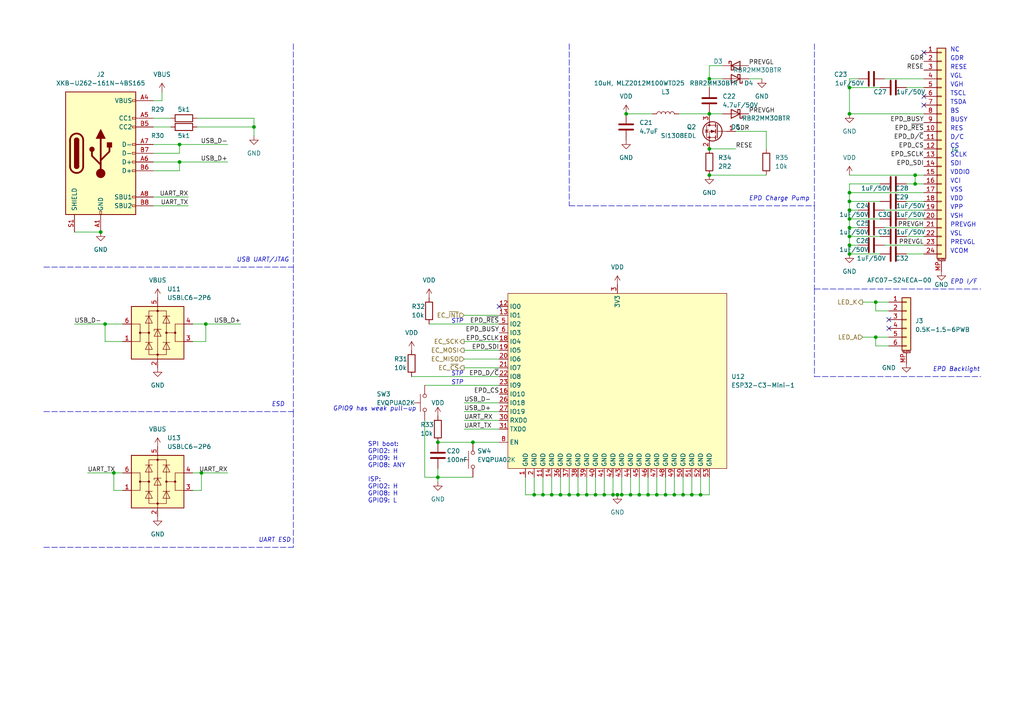
<source format=kicad_sch>
(kicad_sch (version 20211123) (generator eeschema)
  (paper "A4")
  (title_block (title "Home Sensor Tag") (rev "A0") (company "iM.Inc") (comment 1 "PRE-RELEASE"))
  (lib_symbols
    (symbol "Connector:USB_C_Receptacle_USB2.0" (pin_names (offset 1.016))
      (property "Reference" "J" (at -10.16 19.05 0))
      (property "Value" "USB_C_Receptacle_USB2.0" (at 19.05 19.05 0))
      (symbol "USB_C_Receptacle_USB2.0_0_0"
        (rectangle (start -0.254 -17.78) (end 0.254 -16.764))
        (rectangle (start 10.16 -14.986) (end 9.144 -15.494))
        (rectangle (start 10.16 -12.446) (end 9.144 -12.954))
        (rectangle (start 10.16 -4.826) (end 9.144 -5.334))
        (rectangle (start 10.16 -2.286) (end 9.144 -2.794))
        (rectangle (start 10.16 0.254) (end 9.144 -0.254))
        (rectangle (start 10.16 2.794) (end 9.144 2.286))
        (rectangle (start 10.16 7.874) (end 9.144 7.366))
        (rectangle (start 10.16 10.414) (end 9.144 9.906))
        (rectangle (start 10.16 15.494) (end 9.144 14.986))
      )
      (symbol "USB_C_Receptacle_USB2.0_0_1"
        (rectangle (start -10.16 17.78) (end 10.16 -17.78) (stroke (width 0.254)) (fill (type background)))
        (arc (start -8.89 -3.81) (mid -6.985 -5.715) (end -5.08 -3.81) (stroke (width 0.508)))
        (arc (start -7.62 -3.81) (mid -6.985 -4.445) (end -6.35 -3.81) (stroke (width 0.254)))
        (arc (start -7.62 -3.81) (mid -6.985 -4.445) (end -6.35 -3.81) (stroke (width 0.254)) (fill (type outline)))
        (rectangle (start -7.62 -3.81) (end -6.35 3.81) (stroke (width 0.254)) (fill (type outline)))
        (arc (start -6.35 3.81) (mid -6.985 4.445) (end -7.62 3.81) (stroke (width 0.254)))
        (arc (start -6.35 3.81) (mid -6.985 4.445) (end -7.62 3.81) (stroke (width 0.254)) (fill (type outline)))
        (arc (start -5.08 3.81) (mid -6.985 5.715) (end -8.89 3.81) (stroke (width 0.508)))
        (circle (center -2.54 1.143) (radius 0.635) (stroke (width 0.254)) (fill (type outline)))
        (circle (center 0 -5.842) (radius 1.27) (fill (type outline)))
        (polyline (pts (xy -8.89 -3.81) (xy -8.89 3.81)) (stroke (width 0.508)))
        (polyline (pts (xy -5.08 3.81) (xy -5.08 -3.81)) (stroke (width 0.508)))
        (polyline (pts (xy 0 -5.842) (xy 0 4.318)) (stroke (width 0.508)))
        (polyline (pts (xy 0 -3.302) (xy -2.54 -0.762) (xy -2.54 0.508)) (stroke (width 0.508)))
        (polyline (pts (xy 0 -2.032) (xy 2.54 0.508) (xy 2.54 1.778)) (stroke (width 0.508)))
        (polyline (pts (xy -1.27 4.318) (xy 0 6.858) (xy 1.27 4.318) (xy -1.27 4.318)) (stroke (width 0.254)) (fill (type outline)))
        (rectangle (start 1.905 1.778) (end 3.175 3.048) (stroke (width 0.254)) (fill (type outline)))
      )
      (symbol "USB_C_Receptacle_USB2.0_1_1"
        (pin passive line (at 0 -22.86 90) (length 5.08) (name "GND") (number "A1"))
        (pin passive line (at 0 -22.86 90) (length 5.08) hide (name "GND") (number "A12"))
        (pin passive line (at 15.24 15.24 180) (length 5.08) (name "VBUS") (number "A4"))
        (pin bidirectional line (at 15.24 10.16 180) (length 5.08) (name "CC1") (number "A5"))
        (pin bidirectional line (at 15.24 -2.54 180) (length 5.08) (name "D+") (number "A6"))
        (pin bidirectional line (at 15.24 2.54 180) (length 5.08) (name "D-") (number "A7"))
        (pin bidirectional line (at 15.24 -12.7 180) (length 5.08) (name "SBU1") (number "A8"))
        (pin passive line (at 15.24 15.24 180) (length 5.08) hide (name "VBUS") (number "A9"))
        (pin passive line (at 0 -22.86 90) (length 5.08) hide (name "GND") (number "B1"))
        (pin passive line (at 0 -22.86 90) (length 5.08) hide (name "GND") (number "B12"))
        (pin passive line (at 15.24 15.24 180) (length 5.08) hide (name "VBUS") (number "B4"))
        (pin bidirectional line (at 15.24 7.62 180) (length 5.08) (name "CC2") (number "B5"))
        (pin bidirectional line (at 15.24 -5.08 180) (length 5.08) (name "D+") (number "B6"))
        (pin bidirectional line (at 15.24 0 180) (length 5.08) (name "D-") (number "B7"))
        (pin bidirectional line (at 15.24 -15.24 180) (length 5.08) (name "SBU2") (number "B8"))
        (pin passive line (at 15.24 15.24 180) (length 5.08) hide (name "VBUS") (number "B9"))
        (pin passive line (at -7.62 -22.86 90) (length 5.08) (name "SHIELD") (number "S1"))
      )
    )
    (symbol "Connector_Generic_MountingPin:Conn_01x06_MountingPin" (pin_names (offset 1.016) hide)
      (property "Reference" "J" (at 0 7.62 0))
      (property "Value" "Conn_01x06_MountingPin" (at 1.27 -10.16 0))
      (symbol "Conn_01x06_MountingPin_1_1"
        (rectangle (start -1.27 -7.493) (end 0 -7.747) (stroke (width 0.1524)))
        (rectangle (start -1.27 -4.953) (end 0 -5.207) (stroke (width 0.1524)))
        (rectangle (start -1.27 -2.413) (end 0 -2.667) (stroke (width 0.1524)))
        (rectangle (start -1.27 0.127) (end 0 -0.127) (stroke (width 0.1524)))
        (rectangle (start -1.27 2.667) (end 0 2.413) (stroke (width 0.1524)))
        (rectangle (start -1.27 5.207) (end 0 4.953) (stroke (width 0.1524)))
        (rectangle (start -1.27 6.35) (end 1.27 -8.89) (stroke (width 0.254)) (fill (type background)))
        (polyline (pts (xy -1.016 -9.652) (xy 1.016 -9.652)) (stroke (width 0.1524)))
        (text "Mounting" (at 0 -9.271 0) (effects (font (size 0.381 0.381))))
        (pin passive line (at -5.08 5.08 0) (length 3.81) (name "Pin_1") (number "1"))
        (pin passive line (at -5.08 2.54 0) (length 3.81) (name "Pin_2") (number "2"))
        (pin passive line (at -5.08 0 0) (length 3.81) (name "Pin_3") (number "3"))
        (pin passive line (at -5.08 -2.54 0) (length 3.81) (name "Pin_4") (number "4"))
        (pin passive line (at -5.08 -5.08 0) (length 3.81) (name "Pin_5") (number "5"))
        (pin passive line (at -5.08 -7.62 0) (length 3.81) (name "Pin_6") (number "6"))
        (pin passive line (at 0 -12.7 90) (length 3.048) (name "MountPin") (number "MP"))
      )
    )
    (symbol "Connector_Generic_MountingPin:Conn_01x24_MountingPin" (pin_names (offset 1.016) hide)
      (property "Reference" "J" (at 0 30.48 0))
      (property "Value" "Conn_01x24_MountingPin" (at 1.27 -33.02 0))
      (symbol "Conn_01x24_MountingPin_1_1"
        (rectangle (start -1.27 -30.353) (end 0 -30.607) (stroke (width 0.1524)))
        (rectangle (start -1.27 -27.813) (end 0 -28.067) (stroke (width 0.1524)))
        (rectangle (start -1.27 -25.273) (end 0 -25.527) (stroke (width 0.1524)))
        (rectangle (start -1.27 -22.733) (end 0 -22.987) (stroke (width 0.1524)))
        (rectangle (start -1.27 -20.193) (end 0 -20.447) (stroke (width 0.1524)))
        (rectangle (start -1.27 -17.653) (end 0 -17.907) (stroke (width 0.1524)))
        (rectangle (start -1.27 -15.113) (end 0 -15.367) (stroke (width 0.1524)))
        (rectangle (start -1.27 -12.573) (end 0 -12.827) (stroke (width 0.1524)))
        (rectangle (start -1.27 -10.033) (end 0 -10.287) (stroke (width 0.1524)))
        (rectangle (start -1.27 -7.493) (end 0 -7.747) (stroke (width 0.1524)))
        (rectangle (start -1.27 -4.953) (end 0 -5.207) (stroke (width 0.1524)))
        (rectangle (start -1.27 -2.413) (end 0 -2.667) (stroke (width 0.1524)))
        (rectangle (start -1.27 0.127) (end 0 -0.127) (stroke (width 0.1524)))
        (rectangle (start -1.27 2.667) (end 0 2.413) (stroke (width 0.1524)))
        (rectangle (start -1.27 5.207) (end 0 4.953) (stroke (width 0.1524)))
        (rectangle (start -1.27 7.747) (end 0 7.493) (stroke (width 0.1524)))
        (rectangle (start -1.27 10.287) (end 0 10.033) (stroke (width 0.1524)))
        (rectangle (start -1.27 12.827) (end 0 12.573) (stroke (width 0.1524)))
        (rectangle (start -1.27 15.367) (end 0 15.113) (stroke (width 0.1524)))
        (rectangle (start -1.27 17.907) (end 0 17.653) (stroke (width 0.1524)))
        (rectangle (start -1.27 20.447) (end 0 20.193) (stroke (width 0.1524)))
        (rectangle (start -1.27 22.987) (end 0 22.733) (stroke (width 0.1524)))
        (rectangle (start -1.27 25.527) (end 0 25.273) (stroke (width 0.1524)))
        (rectangle (start -1.27 28.067) (end 0 27.813) (stroke (width 0.1524)))
        (rectangle (start -1.27 29.21) (end 1.27 -31.75) (stroke (width 0.254)) (fill (type background)))
        (polyline (pts (xy -1.016 -32.512) (xy 1.016 -32.512)) (stroke (width 0.1524)))
        (text "Mounting" (at 0 -32.131 0) (effects (font (size 0.381 0.381))))
        (pin passive line (at -5.08 27.94 0) (length 3.81) (name "Pin_1") (number "1"))
        (pin passive line (at -5.08 5.08 0) (length 3.81) (name "Pin_10") (number "10"))
        (pin passive line (at -5.08 2.54 0) (length 3.81) (name "Pin_11") (number "11"))
        (pin passive line (at -5.08 0 0) (length 3.81) (name "Pin_12") (number "12"))
        (pin passive line (at -5.08 -2.54 0) (length 3.81) (name "Pin_13") (number "13"))
        (pin passive line (at -5.08 -5.08 0) (length 3.81) (name "Pin_14") (number "14"))
        (pin passive line (at -5.08 -7.62 0) (length 3.81) (name "Pin_15") (number "15"))
        (pin passive line (at -5.08 -10.16 0) (length 3.81) (name "Pin_16") (number "16"))
        (pin passive line (at -5.08 -12.7 0) (length 3.81) (name "Pin_17") (number "17"))
        (pin passive line (at -5.08 -15.24 0) (length 3.81) (name "Pin_18") (number "18"))
        (pin passive line (at -5.08 -17.78 0) (length 3.81) (name "Pin_19") (number "19"))
        (pin passive line (at -5.08 25.4 0) (length 3.81) (name "Pin_2") (number "2"))
        (pin passive line (at -5.08 -20.32 0) (length 3.81) (name "Pin_20") (number "20"))
        (pin passive line (at -5.08 -22.86 0) (length 3.81) (name "Pin_21") (number "21"))
        (pin passive line (at -5.08 -25.4 0) (length 3.81) (name "Pin_22") (number "22"))
        (pin passive line (at -5.08 -27.94 0) (length 3.81) (name "Pin_23") (number "23"))
        (pin passive line (at -5.08 -30.48 0) (length 3.81) (name "Pin_24") (number "24"))
        (pin passive line (at -5.08 22.86 0) (length 3.81) (name "Pin_3") (number "3"))
        (pin passive line (at -5.08 20.32 0) (length 3.81) (name "Pin_4") (number "4"))
        (pin passive line (at -5.08 17.78 0) (length 3.81) (name "Pin_5") (number "5"))
        (pin passive line (at -5.08 15.24 0) (length 3.81) (name "Pin_6") (number "6"))
        (pin passive line (at -5.08 12.7 0) (length 3.81) (name "Pin_7") (number "7"))
        (pin passive line (at -5.08 10.16 0) (length 3.81) (name "Pin_8") (number "8"))
        (pin passive line (at -5.08 7.62 0) (length 3.81) (name "Pin_9") (number "9"))
        (pin passive line (at 0 -35.56 90) (length 3.048) (name "MountPin") (number "MP"))
      )
    )
    (symbol "Device:C" (pin_numbers hide) (pin_names (offset 0.254))
      (property "Reference" "C" (at 0.635 2.54 0))
      (property "Value" "C" (at 0.635 -2.54 0))
      (symbol "C_0_1"
        (polyline (pts (xy -2.032 -0.762) (xy 2.032 -0.762)) (stroke (width 0.508)))
        (polyline (pts (xy -2.032 0.762) (xy 2.032 0.762)) (stroke (width 0.508)))
      )
      (symbol "C_1_1"
        (pin passive line (at 0 3.81 270) (length 2.794) (name "~") (number "1"))
        (pin passive line (at 0 -3.81 90) (length 2.794) (name "~") (number "2"))
      )
    )
    (symbol "Device:D_Schottky" (pin_numbers hide) (pin_names (offset 1.016) hide)
      (property "Reference" "D" (at 0 2.54 0))
      (property "Value" "D_Schottky" (at 0 -2.54 0))
      (symbol "D_Schottky_0_1"
        (polyline (pts (xy 1.27 0) (xy -1.27 0)))
        (polyline (pts (xy 1.27 1.27) (xy 1.27 -1.27) (xy -1.27 0) (xy 1.27 1.27)) (stroke (width 0.254)))
        (polyline (pts (xy -1.905 0.635) (xy -1.905 1.27) (xy -1.27 1.27) (xy -1.27 -1.27) (xy -0.635 -1.27) (xy -0.635 -0.635)) (stroke (width 0.254)))
      )
      (symbol "D_Schottky_1_1"
        (pin passive line (at -3.81 0 0) (length 2.54) (name "K") (number "1"))
        (pin passive line (at 3.81 0 180) (length 2.54) (name "A") (number "2"))
      )
    )
    (symbol "Device:L" (pin_numbers hide) (pin_names (offset 1.016) hide)
      (property "Reference" "L" (at -1.27 0 90))
      (property "Value" "L" (at 1.905 0 90))
      (symbol "L_0_1"
        (arc (start 0 -2.54) (mid 0.635 -1.905) (end 0 -1.27))
        (arc (start 0 -1.27) (mid 0.635 -0.635) (end 0 0))
        (arc (start 0 0) (mid 0.635 0.635) (end 0 1.27))
        (arc (start 0 1.27) (mid 0.635 1.905) (end 0 2.54))
      )
      (symbol "L_1_1"
        (pin passive line (at 0 3.81 270) (length 1.27) (name "1") (number "1"))
        (pin passive line (at 0 -3.81 90) (length 1.27) (name "2") (number "2"))
      )
    )
    (symbol "Device:Q_NMOS_GSD" (pin_names (offset 0) hide)
      (property "Reference" "Q" (at 5.08 1.27 0))
      (property "Value" "Q_NMOS_GSD" (at 5.08 -1.27 0))
      (symbol "Q_NMOS_GSD_0_1"
        (polyline (pts (xy 0.254 0) (xy -2.54 0)))
        (polyline (pts (xy 0.254 1.905) (xy 0.254 -1.905)) (stroke (width 0.254)))
        (polyline (pts (xy 0.762 -1.27) (xy 0.762 -2.286)) (stroke (width 0.254)))
        (polyline (pts (xy 0.762 0.508) (xy 0.762 -0.508)) (stroke (width 0.254)))
        (polyline (pts (xy 0.762 2.286) (xy 0.762 1.27)) (stroke (width 0.254)))
        (polyline (pts (xy 2.54 2.54) (xy 2.54 1.778)))
        (polyline (pts (xy 2.54 -2.54) (xy 2.54 0) (xy 0.762 0)))
        (polyline (pts (xy 0.762 -1.778) (xy 3.302 -1.778) (xy 3.302 1.778) (xy 0.762 1.778)))
        (polyline (pts (xy 1.016 0) (xy 2.032 0.381) (xy 2.032 -0.381) (xy 1.016 0)) (fill (type outline)))
        (polyline (pts (xy 2.794 0.508) (xy 2.921 0.381) (xy 3.683 0.381) (xy 3.81 0.254)))
        (polyline (pts (xy 3.302 0.381) (xy 2.921 -0.254) (xy 3.683 -0.254) (xy 3.302 0.381)))
        (circle (center 1.651 0) (radius 2.794) (stroke (width 0.254)))
        (circle (center 2.54 -1.778) (radius 0.254) (fill (type outline)))
        (circle (center 2.54 1.778) (radius 0.254) (fill (type outline)))
      )
      (symbol "Q_NMOS_GSD_1_1"
        (pin input line (at -5.08 0 0) (length 2.54) (name "G") (number "1"))
        (pin passive line (at 2.54 -5.08 90) (length 2.54) (name "S") (number "2"))
        (pin passive line (at 2.54 5.08 270) (length 2.54) (name "D") (number "3"))
      )
    )
    (symbol "Device:R" (pin_numbers hide) (pin_names (offset 0))
      (property "Reference" "R" (at 2.032 0 90))
      (property "Value" "R" (at 0 0 90))
      (symbol "R_0_1"
        (rectangle (start -1.016 -2.54) (end 1.016 2.54) (stroke (width 0.254)))
      )
      (symbol "R_1_1"
        (pin passive line (at 0 3.81 270) (length 1.27) (name "~") (number "1"))
        (pin passive line (at 0 -3.81 90) (length 1.27) (name "~") (number "2"))
      )
    )
    (symbol "Power_Protection:USBLC6-2P6" (pin_names hide)
      (property "Reference" "U" (at 2.54 8.89 0))
      (property "Value" "USBLC6-2P6" (at 2.54 -8.89 0))
      (symbol "USBLC6-2P6_0_1"
        (rectangle (start -7.62 -7.62) (end 7.62 7.62) (stroke (width 0.254)) (fill (type background)))
        (circle (center -5.08 0) (radius 0.254) (fill (type outline)))
        (circle (center -2.54 0) (radius 0.254) (fill (type outline)))
        (rectangle (start -2.54 6.35) (end 2.54 -6.35))
        (circle (center 0 -6.35) (radius 0.254) (fill (type outline)))
        (polyline (pts (xy -5.08 -2.54) (xy -7.62 -2.54)))
        (polyline (pts (xy -5.08 0) (xy -5.08 -2.54)))
        (polyline (pts (xy -5.08 2.54) (xy -7.62 2.54)))
        (polyline (pts (xy -1.524 -2.794) (xy -3.556 -2.794)))
        (polyline (pts (xy -1.524 4.826) (xy -3.556 4.826)))
        (polyline (pts (xy 0 -7.62) (xy 0 -6.35)))
        (polyline (pts (xy 0 -6.35) (xy 0 1.27)))
        (polyline (pts (xy 0 1.27) (xy 0 6.35)))
        (polyline (pts (xy 0 6.35) (xy 0 7.62)))
        (polyline (pts (xy 1.524 -2.794) (xy 3.556 -2.794)))
        (polyline (pts (xy 1.524 4.826) (xy 3.556 4.826)))
        (polyline (pts (xy 5.08 -2.54) (xy 7.62 -2.54)))
        (polyline (pts (xy 5.08 0) (xy 5.08 -2.54)))
        (polyline (pts (xy 5.08 2.54) (xy 7.62 2.54)))
        (polyline (pts (xy -2.54 0) (xy -5.08 0) (xy -5.08 2.54)))
        (polyline (pts (xy 2.54 0) (xy 5.08 0) (xy 5.08 2.54)))
        (polyline (pts (xy -3.556 -4.826) (xy -1.524 -4.826) (xy -2.54 -2.794) (xy -3.556 -4.826)))
        (polyline (pts (xy -3.556 2.794) (xy -1.524 2.794) (xy -2.54 4.826) (xy -3.556 2.794)))
        (polyline (pts (xy -1.016 -1.016) (xy 1.016 -1.016) (xy 0 1.016) (xy -1.016 -1.016)))
        (polyline (pts (xy 1.016 1.016) (xy 0.762 1.016) (xy -1.016 1.016) (xy -1.016 0.508)))
        (polyline (pts (xy 3.556 -4.826) (xy 1.524 -4.826) (xy 2.54 -2.794) (xy 3.556 -4.826)))
        (polyline (pts (xy 3.556 2.794) (xy 1.524 2.794) (xy 2.54 4.826) (xy 3.556 2.794)))
        (circle (center 0 6.35) (radius 0.254) (fill (type outline)))
        (circle (center 2.54 0) (radius 0.254) (fill (type outline)))
        (circle (center 5.08 0) (radius 0.254) (fill (type outline)))
      )
      (symbol "USBLC6-2P6_1_1"
        (pin passive line (at -10.16 -2.54 0) (length 2.54) (name "I/O1") (number "1"))
        (pin passive line (at 0 -10.16 90) (length 2.54) (name "GND") (number "2"))
        (pin passive line (at 10.16 -2.54 180) (length 2.54) (name "I/O2") (number "3"))
        (pin passive line (at 10.16 2.54 180) (length 2.54) (name "I/O2") (number "4"))
        (pin passive line (at 0 10.16 270) (length 2.54) (name "VBUS") (number "5"))
        (pin passive line (at -10.16 2.54 0) (length 2.54) (name "I/O1") (number "6"))
      )
    )
    (symbol "RF_Module_Local:ESP32-C3-Mini-1"
      (property "Reference" "U" (at -30.48 25.4 0))
      (property "Value" "ESP32-C3-Mini-1" (at 21.59 25.4 0))
      (symbol "ESP32-C3-Mini-1_0_0"
        (pin power_in line (at -26.67 -29.21 90) (length 2.54) (name "GND") (number "1"))
        (pin no_connect line (at 34.29 -6.35 180) (length 2.54) hide (name "NC") (number "10"))
        (pin power_in line (at -21.59 -29.21 90) (length 2.54) (name "GND") (number "11"))
        (pin tri_state line (at -34.29 20.32 0) (length 2.54) (name "IO0") (number "12"))
        (pin tri_state line (at -34.29 17.78 0) (length 2.54) (name "IO1") (number "13"))
        (pin power_in line (at -19.05 -29.21 90) (length 2.54) (name "GND") (number "14"))
        (pin no_connect line (at 34.29 -3.81 180) (length 2.54) hide (name "NC") (number "15"))
        (pin tri_state line (at -34.29 -5.08 0) (length 2.54) (name "IO10") (number "16"))
        (pin no_connect line (at 34.29 -1.27 180) (length 2.54) hide (name "NC") (number "17"))
        (pin tri_state line (at -34.29 10.16 0) (length 2.54) (name "IO4") (number "18"))
        (pin tri_state line (at -34.29 7.62 0) (length 2.54) (name "IO5") (number "19"))
        (pin power_in line (at -24.13 -29.21 90) (length 2.54) (name "GND") (number "2"))
        (pin tri_state line (at -34.29 5.08 0) (length 2.54) (name "IO6") (number "20"))
        (pin tri_state line (at -34.29 2.54 0) (length 2.54) (name "IO7") (number "21"))
        (pin tri_state line (at -34.29 0 0) (length 2.54) (name "IO8") (number "22"))
        (pin tri_state line (at -34.29 -2.54 0) (length 2.54) (name "IO9") (number "23"))
        (pin no_connect line (at 34.29 1.27 180) (length 2.54) hide (name "NC") (number "24"))
        (pin no_connect line (at 34.29 3.81 180) (length 2.54) hide (name "NC") (number "25"))
        (pin tri_state line (at -34.29 -7.62 0) (length 2.54) (name "IO18") (number "26"))
        (pin tri_state line (at -34.29 -10.16 0) (length 2.54) (name "IO19") (number "27"))
        (pin no_connect line (at 34.29 6.35 180) (length 2.54) hide (name "NC") (number "28"))
        (pin no_connect line (at 34.29 8.89 180) (length 2.54) hide (name "NC") (number "29"))
        (pin power_in line (at 0 26.67 270) (length 2.54) (name "3V3") (number "3"))
        (pin tri_state line (at -34.29 -12.7 0) (length 2.54) (name "RXD0") (number "30"))
        (pin tri_state line (at -34.29 -15.24 0) (length 2.54) (name "TXD0") (number "31"))
        (pin no_connect line (at 34.29 11.43 180) (length 2.54) hide (name "NC") (number "32"))
        (pin no_connect line (at 34.29 13.97 180) (length 2.54) hide (name "NC") (number "33"))
        (pin no_connect line (at 34.29 16.51 180) (length 2.54) hide (name "NC") (number "34"))
        (pin no_connect line (at 34.29 19.05 180) (length 2.54) hide (name "NC") (number "35"))
        (pin power_in line (at -16.51 -29.21 90) (length 2.54) (name "GND") (number "36"))
        (pin power_in line (at -13.97 -29.21 90) (length 2.54) (name "GND") (number "37"))
        (pin power_in line (at -11.43 -29.21 90) (length 2.54) (name "GND") (number "38"))
        (pin power_in line (at -8.89 -29.21 90) (length 2.54) (name "GND") (number "39"))
        (pin no_connect line (at 34.29 -13.97 180) (length 2.54) hide (name "NC") (number "4"))
        (pin power_in line (at -6.35 -29.21 90) (length 2.54) (name "GND") (number "40"))
        (pin power_in line (at -3.81 -29.21 90) (length 2.54) (name "GND") (number "41"))
        (pin power_in line (at -1.27 -29.21 90) (length 2.54) (name "GND") (number "42"))
        (pin power_in line (at 1.27 -29.21 90) (length 2.54) (name "GND") (number "43"))
        (pin power_in line (at 3.81 -29.21 90) (length 2.54) (name "GND") (number "44"))
        (pin power_in line (at 6.35 -29.21 90) (length 2.54) (name "GND") (number "45"))
        (pin power_in line (at 8.89 -29.21 90) (length 2.54) (name "GND") (number "46"))
        (pin power_in line (at 11.43 -29.21 90) (length 2.54) (name "GND") (number "47"))
        (pin power_in line (at 13.97 -29.21 90) (length 2.54) (name "GND") (number "48"))
        (pin power_in line (at 16.51 -29.21 90) (length 2.54) (name "GND") (number "49"))
        (pin tri_state line (at -34.29 15.24 0) (length 2.54) (name "IO2") (number "5"))
        (pin power_in line (at 19.05 -29.21 90) (length 2.54) (name "GND") (number "50"))
        (pin power_in line (at 21.59 -29.21 90) (length 2.54) (name "GND") (number "51"))
        (pin power_in line (at 24.13 -29.21 90) (length 2.54) (name "GND") (number "52"))
        (pin power_in line (at 26.67 -29.21 90) (length 2.54) (name "GND") (number "53"))
        (pin tri_state line (at -34.29 12.7 0) (length 2.54) (name "IO3") (number "6"))
        (pin no_connect line (at 34.29 -11.43 180) (length 2.54) hide (name "NC") (number "7"))
        (pin input line (at -34.29 -19.05 0) (length 2.54) (name "EN") (number "8"))
        (pin no_connect line (at 34.29 -8.89 180) (length 2.54) hide (name "NC") (number "9"))
      )
      (symbol "ESP32-C3-Mini-1_0_1"
        (rectangle (start -31.75 24.13) (end 31.75 -26.67) (fill (type background)))
      )
    )
    (symbol "Switch:SW_Push" (pin_numbers hide) (pin_names (offset 1.016) hide)
      (property "Reference" "SW" (at 1.27 2.54 0))
      (property "Value" "SW_Push" (at 0 -1.524 0))
      (symbol "SW_Push_0_1"
        (circle (center -2.032 0) (radius 0.508))
        (polyline (pts (xy 0 1.27) (xy 0 3.048)))
        (polyline (pts (xy 2.54 1.27) (xy -2.54 1.27)))
        (circle (center 2.032 0) (radius 0.508))
        (pin passive line (at -5.08 0 0) (length 2.54) (name "1") (number "1"))
        (pin passive line (at 5.08 0 180) (length 2.54) (name "2") (number "2"))
      )
    )
    (symbol "power:GND" (power) (pin_names (offset 0))
      (property "Value" "GND" (at 0 -3.81 0))
      (symbol "GND_0_1"
        (polyline (pts (xy 0 0) (xy 0 -1.27) (xy 1.27 -1.27) (xy 0 -2.54) (xy -1.27 -1.27) (xy 0 -1.27)))
      )
      (symbol "GND_1_1"
        (pin power_in line (at 0 0 270) (length 0) hide (name "GND") (number "1"))
      )
    )
    (symbol "power:VBUS" (power) (pin_names (offset 0))
      (property "Value" "VBUS" (at 0 3.81 0))
      (symbol "VBUS_0_1"
        (polyline (pts (xy -0.762 1.27) (xy 0 2.54)))
        (polyline (pts (xy 0 0) (xy 0 2.54)))
        (polyline (pts (xy 0 2.54) (xy 0.762 1.27)))
      )
      (symbol "VBUS_1_1"
        (pin power_in line (at 0 0 90) (length 0) hide (name "VBUS") (number "1"))
      )
    )
    (symbol "power:VDD" (power) (pin_names (offset 0))
      (property "Value" "VDD" (at 0 3.81 0))
      (symbol "VDD_0_1"
        (polyline (pts (xy -0.762 1.27) (xy 0 2.54)))
        (polyline (pts (xy 0 0) (xy 0 2.54)))
        (polyline (pts (xy 0 2.54) (xy 0.762 1.27)))
      )
      (symbol "VDD_1_1"
        (pin power_in line (at 0 0 90) (length 0) hide (name "VDD") (number "1"))
      )
    )
  )
  (junction (at 73.66 36.83))
  (junction (at 246.38 33.02))
  (junction (at 205.74 33.02))
  (junction (at 177.8 143.51))
  (junction (at 137.16 128.27))
  (junction (at 190.5 143.51))
  (junction (at 167.64 143.51))
  (junction (at 170.18 143.51))
  (junction (at 246.38 71.12))
  (junction (at 246.38 66.04))
  (junction (at 187.96 143.51))
  (junction (at 246.38 68.58))
  (junction (at 200.66 143.51))
  (junction (at 29.21 67.31))
  (junction (at 254 97.79))
  (junction (at 154.94 143.51))
  (junction (at 203.2 143.51))
  (junction (at 175.26 143.51))
  (junction (at 162.56 143.51))
  (junction (at 182.88 143.51))
  (junction (at 265.43 50.8))
  (junction (at 254 87.63))
  (junction (at 246.38 55.88))
  (junction (at 205.74 50.8))
  (junction (at 59.69 93.98))
  (junction (at 198.12 143.51))
  (junction (at 205.74 22.86))
  (junction (at 193.04 143.51))
  (junction (at 30.48 93.98))
  (junction (at 127 128.27))
  (junction (at 33.02 137.16))
  (junction (at 172.72 143.51))
  (junction (at 246.38 63.5))
  (junction (at 52.07 41.91))
  (junction (at 127 138.43))
  (junction (at 157.48 143.51))
  (junction (at 160.02 143.51))
  (junction (at 246.38 73.66))
  (junction (at 246.38 25.4))
  (junction (at 185.42 143.51))
  (junction (at 52.07 46.99))
  (junction (at 58.42 137.16))
  (junction (at 195.58 143.51))
  (junction (at 165.1 143.51))
  (junction (at 179.07 143.51))
  (junction (at 265.43 53.34))
  (junction (at 180.34 143.51))
  (junction (at 205.74 43.18))
  (junction (at 246.38 60.96))
  (junction (at 181.61 33.02))
  (junction (at 246.38 58.42))
  (no_connect (at 257.81 92.71))
  (no_connect (at 267.97 15.24))
  (no_connect (at 144.78 88.9))
  (no_connect (at 257.81 95.25))
  (no_connect (at 267.97 27.94))
  (no_connect (at 267.97 30.48))
  (wire (pts (xy 205.74 143.51) (xy 205.74 138.43)))
  (wire (pts (xy 190.5 138.43) (xy 190.5 143.51)))
  (wire (pts (xy 203.2 143.51) (xy 205.74 143.51)))
  (polyline (pts (xy 236.22 12.7) (xy 236.22 59.69)))
  (wire (pts (xy 35.56 99.06) (xy 30.48 99.06)))
  (wire (pts (xy 213.36 38.1) (xy 222.25 38.1)))
  (wire (pts (xy 217.17 22.86) (xy 220.98 22.86)))
  (wire (pts (xy 162.56 138.43) (xy 162.56 143.51)))
  (wire (pts (xy 167.64 138.43) (xy 167.64 143.51)))
  (wire (pts (xy 254 100.33) (xy 254 97.79)))
  (wire (pts (xy 248.92 71.12) (xy 246.38 71.12)))
  (wire (pts (xy 195.58 138.43) (xy 195.58 143.51)))
  (wire (pts (xy 254 87.63) (xy 257.81 87.63)))
  (wire (pts (xy 30.48 93.98) (xy 21.59 93.98)))
  (wire (pts (xy 246.38 22.86) (xy 248.92 22.86)))
  (wire (pts (xy 123.19 111.76) (xy 144.78 111.76)))
  (wire (pts (xy 262.89 58.42) (xy 267.97 58.42)))
  (wire (pts (xy 246.38 55.88) (xy 246.38 58.42)))
  (wire (pts (xy 73.66 34.29) (xy 73.66 36.83)))
  (polyline (pts (xy 12.7 158.75) (xy 85.09 158.75)))
  (wire (pts (xy 172.72 138.43) (xy 172.72 143.51)))
  (wire (pts (xy 154.94 143.51) (xy 157.48 143.51)))
  (wire (pts (xy 200.66 143.51) (xy 203.2 143.51)))
  (wire (pts (xy 55.88 142.24) (xy 58.42 142.24)))
  (polyline (pts (xy 236.22 83.82) (xy 236.22 109.22)))
  (wire (pts (xy 127 138.43) (xy 137.16 138.43)))
  (polyline (pts (xy 12.7 119.38) (xy 85.09 119.38)))
  (wire (pts (xy 127 138.43) (xy 127 139.7)))
  (wire (pts (xy 246.38 25.4) (xy 246.38 22.86)))
  (wire (pts (xy 256.54 60.96) (xy 267.97 60.96)))
  (wire (pts (xy 44.45 59.69) (xy 54.61 59.69)))
  (wire (pts (xy 69.85 93.98) (xy 59.69 93.98)))
  (wire (pts (xy 180.34 138.43) (xy 180.34 143.51)))
  (wire (pts (xy 246.38 71.12) (xy 246.38 73.66)))
  (wire (pts (xy 52.07 46.99) (xy 66.04 46.99)))
  (wire (pts (xy 246.38 60.96) (xy 246.38 63.5)))
  (wire (pts (xy 246.38 50.8) (xy 265.43 50.8)))
  (wire (pts (xy 170.18 138.43) (xy 170.18 143.51)))
  (wire (pts (xy 44.45 41.91) (xy 52.07 41.91)))
  (wire (pts (xy 52.07 49.53) (xy 44.45 49.53)))
  (wire (pts (xy 58.42 137.16) (xy 66.04 137.16)))
  (wire (pts (xy 205.74 33.02) (xy 209.55 33.02)))
  (wire (pts (xy 57.15 36.83) (xy 73.66 36.83)))
  (wire (pts (xy 170.18 143.51) (xy 172.72 143.51)))
  (wire (pts (xy 250.19 97.79) (xy 254 97.79)))
  (wire (pts (xy 157.48 143.51) (xy 160.02 143.51)))
  (wire (pts (xy 160.02 143.51) (xy 162.56 143.51)))
  (wire (pts (xy 262.89 68.58) (xy 267.97 68.58)))
  (wire (pts (xy 55.88 137.16) (xy 58.42 137.16)))
  (wire (pts (xy 44.45 36.83) (xy 49.53 36.83)))
  (wire (pts (xy 59.69 99.06) (xy 59.69 93.98)))
  (wire (pts (xy 123.19 121.92) (xy 123.19 138.43)))
  (wire (pts (xy 246.38 53.34) (xy 246.38 55.88)))
  (polyline (pts (xy 236.22 59.69) (xy 236.22 83.82)))
  (wire (pts (xy 59.69 93.98) (xy 55.88 93.98)))
  (wire (pts (xy 127 128.27) (xy 137.16 128.27)))
  (polyline (pts (xy 12.7 77.47) (xy 85.09 77.47)))
  (wire (pts (xy 177.8 143.51) (xy 179.07 143.51)))
  (wire (pts (xy 44.45 46.99) (xy 52.07 46.99)))
  (wire (pts (xy 21.59 67.31) (xy 29.21 67.31)))
  (wire (pts (xy 52.07 41.91) (xy 66.04 41.91)))
  (polyline (pts (xy 85.09 12.7) (xy 85.09 77.47)))
  (polyline (pts (xy 165.1 12.7) (xy 165.1 59.69)))
  (wire (pts (xy 195.58 143.51) (xy 198.12 143.51)))
  (wire (pts (xy 52.07 44.45) (xy 44.45 44.45)))
  (wire (pts (xy 198.12 143.51) (xy 200.66 143.51)))
  (wire (pts (xy 205.74 50.8) (xy 222.25 50.8)))
  (wire (pts (xy 52.07 41.91) (xy 52.07 44.45)))
  (wire (pts (xy 44.45 29.21) (xy 46.99 29.21)))
  (wire (pts (xy 165.1 138.43) (xy 165.1 143.51)))
  (polyline (pts (xy 236.22 109.22) (xy 284.48 109.22)))
  (wire (pts (xy 175.26 138.43) (xy 175.26 143.51)))
  (wire (pts (xy 44.45 34.29) (xy 49.53 34.29)))
  (wire (pts (xy 57.15 34.29) (xy 73.66 34.29)))
  (wire (pts (xy 160.02 138.43) (xy 160.02 143.51)))
  (wire (pts (xy 190.5 143.51) (xy 193.04 143.51)))
  (wire (pts (xy 254 97.79) (xy 257.81 97.79)))
  (wire (pts (xy 134.62 101.6) (xy 144.78 101.6)))
  (wire (pts (xy 246.38 66.04) (xy 246.38 68.58)))
  (wire (pts (xy 262.89 73.66) (xy 267.97 73.66)))
  (polyline (pts (xy 85.09 77.47) (xy 85.09 119.38)))
  (wire (pts (xy 187.96 138.43) (xy 187.96 143.51)))
  (wire (pts (xy 46.99 29.21) (xy 46.99 26.67)))
  (wire (pts (xy 255.27 58.42) (xy 246.38 58.42)))
  (wire (pts (xy 255.27 53.34) (xy 246.38 53.34)))
  (wire (pts (xy 267.97 50.8) (xy 265.43 50.8)))
  (wire (pts (xy 124.46 93.98) (xy 144.78 93.98)))
  (wire (pts (xy 134.62 119.38) (xy 144.78 119.38)))
  (wire (pts (xy 177.8 138.43) (xy 177.8 143.51)))
  (wire (pts (xy 185.42 138.43) (xy 185.42 143.51)))
  (wire (pts (xy 246.38 33.02) (xy 267.97 33.02)))
  (wire (pts (xy 222.25 38.1) (xy 222.25 43.18)))
  (wire (pts (xy 55.88 99.06) (xy 59.69 99.06)))
  (wire (pts (xy 246.38 58.42) (xy 246.38 60.96)))
  (wire (pts (xy 200.66 138.43) (xy 200.66 143.51)))
  (wire (pts (xy 182.88 143.51) (xy 185.42 143.51)))
  (wire (pts (xy 123.19 138.43) (xy 127 138.43)))
  (wire (pts (xy 248.92 60.96) (xy 246.38 60.96)))
  (wire (pts (xy 257.81 100.33) (xy 254 100.33)))
  (wire (pts (xy 193.04 138.43) (xy 193.04 143.51)))
  (wire (pts (xy 213.36 43.18) (xy 205.74 43.18)))
  (wire (pts (xy 205.74 22.86) (xy 205.74 19.05)))
  (wire (pts (xy 256.54 71.12) (xy 267.97 71.12)))
  (wire (pts (xy 205.74 19.05) (xy 209.55 19.05)))
  (wire (pts (xy 262.89 63.5) (xy 267.97 63.5)))
  (wire (pts (xy 185.42 143.51) (xy 187.96 143.51)))
  (wire (pts (xy 165.1 143.51) (xy 167.64 143.51)))
  (wire (pts (xy 172.72 143.51) (xy 175.26 143.51)))
  (wire (pts (xy 196.85 33.02) (xy 205.74 33.02)))
  (wire (pts (xy 267.97 55.88) (xy 246.38 55.88)))
  (wire (pts (xy 44.45 57.15) (xy 54.61 57.15)))
  (wire (pts (xy 134.62 91.44) (xy 144.78 91.44)))
  (wire (pts (xy 205.74 22.86) (xy 209.55 22.86)))
  (wire (pts (xy 265.43 53.34) (xy 267.97 53.34)))
  (wire (pts (xy 35.56 137.16) (xy 33.02 137.16)))
  (wire (pts (xy 35.56 93.98) (xy 30.48 93.98)))
  (wire (pts (xy 73.66 36.83) (xy 73.66 39.37)))
  (wire (pts (xy 255.27 68.58) (xy 246.38 68.58)))
  (polyline (pts (xy 236.22 83.82) (xy 284.48 83.82)))
  (wire (pts (xy 257.81 90.17) (xy 254 90.17)))
  (wire (pts (xy 250.19 87.63) (xy 254 87.63)))
  (wire (pts (xy 52.07 46.99) (xy 52.07 49.53)))
  (wire (pts (xy 246.38 63.5) (xy 246.38 66.04)))
  (wire (pts (xy 256.54 22.86) (xy 267.97 22.86)))
  (wire (pts (xy 205.74 25.4) (xy 205.74 22.86)))
  (polyline (pts (xy 85.09 119.38) (xy 85.09 158.75)))
  (wire (pts (xy 154.94 138.43) (xy 154.94 143.51)))
  (wire (pts (xy 246.38 66.04) (xy 248.92 66.04)))
  (wire (pts (xy 182.88 138.43) (xy 182.88 143.51)))
  (wire (pts (xy 246.38 25.4) (xy 255.27 25.4)))
  (wire (pts (xy 162.56 143.51) (xy 165.1 143.51)))
  (wire (pts (xy 193.04 143.51) (xy 195.58 143.51)))
  (polyline (pts (xy 165.1 59.69) (xy 236.22 59.69)))
  (wire (pts (xy 152.4 143.51) (xy 154.94 143.51)))
  (wire (pts (xy 134.62 104.14) (xy 144.78 104.14)))
  (wire (pts (xy 33.02 137.16) (xy 25.4 137.16)))
  (wire (pts (xy 262.89 25.4) (xy 267.97 25.4)))
  (wire (pts (xy 134.62 106.68) (xy 144.78 106.68)))
  (wire (pts (xy 134.62 116.84) (xy 144.78 116.84)))
  (wire (pts (xy 167.64 143.51) (xy 170.18 143.51)))
  (wire (pts (xy 265.43 50.8) (xy 265.43 53.34)))
  (wire (pts (xy 246.38 33.02) (xy 246.38 25.4)))
  (wire (pts (xy 35.56 142.24) (xy 33.02 142.24)))
  (wire (pts (xy 175.26 143.51) (xy 177.8 143.51)))
  (wire (pts (xy 256.54 66.04) (xy 267.97 66.04)))
  (wire (pts (xy 33.02 137.16) (xy 33.02 142.24)))
  (wire (pts (xy 187.96 143.51) (xy 190.5 143.51)))
  (wire (pts (xy 134.62 121.92) (xy 144.78 121.92)))
  (wire (pts (xy 58.42 137.16) (xy 58.42 142.24)))
  (wire (pts (xy 180.34 143.51) (xy 182.88 143.51)))
  (wire (pts (xy 246.38 73.66) (xy 255.27 73.66)))
  (wire (pts (xy 254 90.17) (xy 254 87.63)))
  (wire (pts (xy 119.38 109.22) (xy 144.78 109.22)))
  (wire (pts (xy 152.4 138.43) (xy 152.4 143.51)))
  (wire (pts (xy 181.61 33.02) (xy 189.23 33.02)))
  (wire (pts (xy 198.12 138.43) (xy 198.12 143.51)))
  (wire (pts (xy 137.16 128.27) (xy 144.78 128.27)))
  (wire (pts (xy 246.38 68.58) (xy 246.38 71.12)))
  (wire (pts (xy 134.62 99.06) (xy 144.78 99.06)))
  (wire (pts (xy 127 135.89) (xy 127 138.43)))
  (wire (pts (xy 203.2 138.43) (xy 203.2 143.51)))
  (wire (pts (xy 179.07 143.51) (xy 180.34 143.51)))
  (wire (pts (xy 255.27 63.5) (xy 246.38 63.5)))
  (wire (pts (xy 134.62 124.46) (xy 144.78 124.46)))
  (wire (pts (xy 157.48 138.43) (xy 157.48 143.51)))
  (wire (pts (xy 262.89 53.34) (xy 265.43 53.34)))
  (wire (pts (xy 30.48 99.06) (xy 30.48 93.98)))
  (text "STP" (at 130.81 93.98 0) (effects (font (size 1.27 1.27) italic) (justify left bottom)))
  (text "NC" (at 275.59 15.24 0) (effects (font (size 1.27 1.27)) (justify left bottom)))
  (text "PREVGH" (at 275.59 66.04 0) (effects (font (size 1.27 1.27)) (justify left bottom)))
  (text "TSCL" (at 275.59 27.94 0) (effects (font (size 1.27 1.27)) (justify left bottom)))
  (text "EPD Backlight" (at 270.51 107.95 0) (effects (font (size 1.27 1.27) italic) (justify left bottom)))
  (text "VGH" (at 275.59 25.4 0) (effects (font (size 1.27 1.27)) (justify left bottom)))
  (text "BUSY" (at 275.59 35.56 0) (effects (font (size 1.27 1.27)) (justify left bottom)))
  (text "USB UART/JTAG" (at 68.58 76.2 0) (effects (font (size 1.27 1.27) italic) (justify left bottom)))
  (text "VCI" (at 275.59 53.34 0) (effects (font (size 1.27 1.27)) (justify left bottom)))
  (text "D/C" (at 275.59 40.64 0) (effects (font (size 1.27 1.27)) (justify left bottom)))
  (text "UART ESD" (at 74.93 157.48 0) (effects (font (size 1.27 1.27) italic) (justify left bottom)))
  (text "ESD" (at 78.74 118.11 0) (effects (font (size 1.27 1.27) italic) (justify left bottom)))
  (text "SPI boot:\nGPIO2: H\nGPIO9: H\nGPIO8: ANY\n\nISP:\nGPIO2: H\nGPIO8: H\nGPIO9: L" (at 106.68 146.05 0) (effects (font (size 1.27 1.27)) (justify left bottom)))
  (text "VGL" (at 275.59 22.86 0) (effects (font (size 1.27 1.27)) (justify left bottom)))
  (text "RES" (at 275.59 38.1 0) (effects (font (size 1.27 1.27)) (justify left bottom)))
  (text "EPD Charge Pump" (at 217.17 58.42 0) (effects (font (size 1.27 1.27) italic) (justify left bottom)))
  (text "SCLK" (at 275.59 45.72 0) (effects (font (size 1.27 1.27)) (justify left bottom)))
  (text "VDD" (at 275.59 58.42 0) (effects (font (size 1.27 1.27)) (justify left bottom)))
  (text "STP" (at 130.81 109.22 0) (effects (font (size 1.27 1.27) italic) (justify left bottom)))
  (text "TSDA" (at 275.59 30.48 0) (effects (font (size 1.27 1.27)) (justify left bottom)))
  (text "VSH" (at 275.59 63.5 0) (effects (font (size 1.27 1.27)) (justify left bottom)))
  (text "VSL" (at 275.59 68.58 0) (effects (font (size 1.27 1.27)) (justify left bottom)))
  (text "VPP" (at 275.59 60.96 0) (effects (font (size 1.27 1.27)) (justify left bottom)))
  (text "STP" (at 130.81 111.76 0) (effects (font (size 1.27 1.27) italic) (justify left bottom)))
  (text "GDR" (at 275.59 17.78 0) (effects (font (size 1.27 1.27)) (justify left bottom)))
  (text "RESE" (at 275.59 20.32 0) (effects (font (size 1.27 1.27)) (justify left bottom)))
  (text "EPD I/F" (at 275.59 82.55 0) (effects (font (size 1.27 1.27) italic) (justify left bottom)))
  (text "VDDIO" (at 275.59 50.8 0) (effects (font (size 1.27 1.27)) (justify left bottom)))
  (text "VCOM" (at 275.59 73.66 0) (effects (font (size 1.27 1.27)) (justify left bottom)))
  (text "PREVGL" (at 275.59 71.12 0) (effects (font (size 1.27 1.27)) (justify left bottom)))
  (text "VSS" (at 275.59 55.88 0) (effects (font (size 1.27 1.27)) (justify left bottom)))
  (text "GPIO9 has weak pull-up" (at 96.52 119.38 0) (effects (font (size 1.27 1.27) italic) (justify left bottom)))
  (text "BS" (at 275.59 33.02 0) (effects (font (size 1.27 1.27)) (justify left bottom)))
  (text "CS" (at 275.59 43.18 0) (effects (font (size 1.27 1.27)) (justify left bottom)))
  (text "SDI" (at 275.59 48.26 0) (effects (font (size 1.27 1.27)) (justify left bottom)))
  (label "EPD_~{RES}" (at 144.78 93.98 180))
  (label "EPD_SDI" (at 144.78 101.6 180))
  (label "USB_D+" (at 66.04 46.99 180))
  (label "PREVGL" (at 267.97 71.12 180))
  (label "USB_D-" (at 66.04 41.91 180))
  (label "UART_TX" (at 134.62 124.46 0))
  (label "EPD_D{slash}~{C}" (at 267.97 40.64 180))
  (label "EPD_D{slash}~{C}" (at 144.78 109.22 180))
  (label "USB_D+" (at 134.62 119.38 0))
  (label "GDR" (at 213.36 38.1 0))
  (label "EPD_CS" (at 267.97 43.18 180))
  (label "RESE" (at 267.97 20.32 180))
  (label "EPD_BUSY" (at 144.78 96.52 180))
  (label "EPD_CS" (at 144.78 114.3 180))
  (label "EPD_BUSY" (at 267.97 35.56 180))
  (label "USB_D-" (at 21.59 93.98 0))
  (label "UART_TX" (at 25.4 137.16 0))
  (label "EPD_~{RES}" (at 267.97 38.1 180))
  (label "UART_RX" (at 54.61 57.15 180))
  (label "PREVGH" (at 217.17 33.02 0))
  (label "PREVGH" (at 267.97 66.04 180))
  (label "EPD_SDI" (at 267.97 48.26 180))
  (label "UART_TX" (at 54.61 59.69 180))
  (label "UART_RX" (at 66.04 137.16 180))
  (label "USB_D+" (at 69.85 93.98 180))
  (label "GDR" (at 267.97 17.78 180))
  (label "EPD_SCLK" (at 144.78 99.06 180))
  (label "UART_RX" (at 134.62 121.92 0))
  (label "PREVGL" (at 217.17 19.05 0))
  (label "RESE" (at 213.36 43.18 0))
  (label "USB_D-" (at 134.62 116.84 0))
  (label "EPD_SCLK" (at 267.97 45.72 180))
  (hierarchical_label "EC_MOSI" (shape output) (at 134.62 101.6 180))
  (hierarchical_label "LED_A" (shape input) (at 250.19 97.79 180))
  (hierarchical_label "EC_~{CS}" (shape output) (at 134.62 106.68 180))
  (hierarchical_label "EC_~{INT}" (shape input) (at 134.62 91.44 180))
  (hierarchical_label "LED_K" (shape output) (at 250.19 87.63 180))
  (hierarchical_label "EC_SCK" (shape output) (at 134.62 99.06 180))
  (hierarchical_label "EC_MISO" (shape input) (at 134.62 104.14 180))
  (symbol (lib_id "Device:R") (at 53.34 36.83 90) (unit 1)
    (property "Reference" "R30" (at 45.72 39.37 90))
    (property "Value" "5k1" (at 53.34 39.37 90))
    (property "Footprint" "Resistor_SMD:R_0402_1005Metric" (effects hide))
  )
  (symbol (lib_id "power:GND") (at 73.66 39.37 0) (unit 1)
    (property "Reference" "#PWR0157" (effects hide))
    (property "Value" "GND" (at 73.66 44.45 0))
  )
  (symbol (lib_id "power:GND") (at 262.89 105.41 0) (unit 1)
    (property "Reference" "#PWR0165" (effects hide))
    (property "Value" "GND" (at 257.81 106.68 0))
  )
  (symbol (lib_id "power:VDD") (at 119.38 101.6 0) (unit 1)
    (property "Reference" "#PWR0160" (effects hide))
    (property "Value" "VDD" (at 119.38 96.52 0))
  )
  (symbol (lib_id "power:VDD") (at 179.07 82.55 0) (unit 1)
    (property "Reference" "#PWR0151" (effects hide))
    (property "Value" "VDD" (at 179.07 77.47 0))
  )
  (symbol (lib_id "power:VDD") (at 181.61 33.02 0) (unit 1)
    (property "Reference" "#PWR0146" (effects hide))
    (property "Value" "VDD" (at 181.61 27.94 0))
  )
  (symbol (lib_id "Device:C") (at 205.74 29.21 0) (unit 1)
    (property "Reference" "C22" (at 209.55 27.9399 0) (effects (justify left)))
    (property "Value" "4.7uF/50V" (at 209.55 30.4799 0) (effects (justify left)))
    (property "Footprint" "Capacitor_SMD:C_0603_1608Metric" (effects hide))
  )
  (symbol (lib_id "Device:C") (at 259.08 53.34 90) (unit 1)
    (property "Reference" "C28" (at 261.62 54.61 90))
    (property "Value" "1uF/50V" (at 254 54.61 90))
    (property "Footprint" "Capacitor_SMD:C_0603_1608Metric" (effects hide))
  )
  (symbol (lib_id "Connector_Generic_MountingPin:Conn_01x24_MountingPin") (at 273.05 43.18 0) (unit 1)
    (property "Reference" "J4" (at 275.59 43.5355 0) (effects (justify left)))
    (property "Value" "AFC07-S24ECA-00" (at 251.46 81.28 0) (effects (justify left)))
    (property "Footprint" "KiCAD_Mods:Connector_FPC_FFC_JS_AFC07-S24ECA-00" (effects hide))
  )
  (symbol (lib_id "Connector:USB_C_Receptacle_USB2.0") (at 29.21 44.45 0) (unit 1)
    (property "Reference" "J2" (at 29.21 21.59 0))
    (property "Value" "XKB-U262-161N-4BS165" (at 29.21 24.13 0))
    (property "Footprint" "Connector_USB:USB_C_Receptacle_XKB_U262-16XN-4BVC11" (effects hide))
    (property "Datasheet" "https://www.usb.org/sites/default/files/documents/usb_type-c.zip" (effects hide))
  )
  (symbol (lib_id "Connector_Generic_MountingPin:Conn_01x06_MountingPin") (at 262.89 92.71 0) (unit 1)
    (property "Reference" "J3" (at 265.43 93.0655 0) (effects (justify left)))
    (property "Value" "0.5K-1.5-6PWB" (at 265.43 95.6055 0) (effects (justify left)))
    (property "Footprint" "Connector_HDGC:0.5K-1.5-6PWB" (effects hide))
  )
  (symbol (lib_id "Device:C") (at 252.73 66.04 90) (unit 1)
    (property "Reference" "C25" (at 250.19 64.77 90))
    (property "Value" "1uF/50V" (at 247.65 67.31 90))
    (property "Footprint" "Capacitor_SMD:C_0603_1608Metric" (effects hide))
  )
  (symbol (lib_id "power:GND") (at 273.05 78.74 0) (unit 1)
    (property "Reference" "#PWR0164" (effects hide))
    (property "Value" "GND" (at 273.05 82.55 0))
  )
  (symbol (lib_id "Device:C") (at 259.08 58.42 90) (unit 1)
    (property "Reference" "C29" (at 261.62 57.15 90))
    (property "Value" "1uF/50V" (at 264.16 59.69 90))
    (property "Footprint" "Capacitor_SMD:C_0603_1608Metric" (effects hide))
  )
  (symbol (lib_id "Device:C") (at 259.08 73.66 90) (unit 1)
    (property "Reference" "C32" (at 261.62 74.93 90))
    (property "Value" "1uF/50V" (at 252.73 74.93 90))
    (property "Footprint" "Capacitor_SMD:C_0603_1608Metric" (effects hide))
  )
  (symbol (lib_id "Device:R") (at 53.34 34.29 90) (unit 1)
    (property "Reference" "R29" (at 45.72 31.75 90))
    (property "Value" "5k1" (at 53.34 31.75 90))
    (property "Footprint" "Resistor_SMD:R_0402_1005Metric" (effects hide))
  )
  (symbol (lib_id "power:GND") (at 45.72 149.86 0) (unit 1)
    (property "Reference" "#PWR0167" (effects hide))
    (property "Value" "GND" (at 45.72 154.94 0))
  )
  (symbol (lib_id "power:VBUS") (at 45.72 129.54 0) (unit 1)
    (property "Reference" "#PWR0166" (effects hide))
    (property "Value" "VBUS" (at 45.72 124.46 0))
  )
  (symbol (lib_id "power:VBUS") (at 46.99 26.67 0) (unit 1)
    (property "Reference" "#PWR0156" (effects hide))
    (property "Value" "VBUS" (at 46.99 21.59 0))
  )
  (symbol (lib_id "power:GND") (at 205.74 50.8 0) (unit 1)
    (property "Reference" "#PWR0149" (effects hide))
    (property "Value" "GND" (at 205.74 55.88 0))
  )
  (symbol (lib_id "Device:C") (at 127 132.08 0) (unit 1)
    (property "Reference" "C20" (at 129.54 130.81 0) (effects (justify left)))
    (property "Value" "100nF" (at 129.54 133.35 0) (effects (justify left)))
    (property "Footprint" "Capacitor_SMD:C_0402_1005Metric" (effects hide))
  )
  (symbol (lib_id "Device:C") (at 252.73 60.96 90) (unit 1)
    (property "Reference" "C24" (at 250.19 59.69 90))
    (property "Value" "1uF/50V" (at 247.65 62.23 90))
    (property "Footprint" "Capacitor_SMD:C_0603_1608Metric" (effects hide))
  )
  (symbol (lib_id "Device:C") (at 181.61 36.83 0) (unit 1)
    (property "Reference" "C21" (at 185.42 35.5599 0) (effects (justify left)))
    (property "Value" "4.7uF" (at 185.42 38.0999 0) (effects (justify left)))
    (property "Footprint" "Capacitor_SMD:C_0603_1608Metric" (effects hide))
  )
  (symbol (lib_id "Device:D_Schottky") (at 213.36 19.05 0) (unit 1)
    (property "Reference" "D3" (at 208.28 17.78 0))
    (property "Value" "RBR2MM30BTR" (at 219.71 20.32 0))
    (property "Footprint" "Diode_SMD:D_SOD-123" (effects hide))
  )
  (symbol (lib_id "power:GND") (at 220.98 22.86 0) (unit 1)
    (property "Reference" "#PWR0147" (effects hide))
    (property "Value" "GND" (at 220.98 27.94 0))
  )
  (symbol (lib_id "Device:D_Schottky") (at 213.36 33.02 180) (unit 1)
    (property "Reference" "D5" (at 213.36 36.83 0))
    (property "Value" "RBR2MM30BTR" (at 222.25 34.29 0))
    (property "Footprint" "Diode_SMD:D_SOD-123" (effects hide))
  )
  (symbol (lib_id "Device:C") (at 252.73 22.86 90) (unit 1)
    (property "Reference" "C23" (at 243.84 21.59 90))
    (property "Value" "1uF/50V" (at 246.38 24.13 90))
    (property "Footprint" "Capacitor_SMD:C_0603_1608Metric" (effects hide))
  )
  (symbol (lib_id "Device:R") (at 127 124.46 0) (unit 1)
    (property "Reference" "R33" (at 121.92 123.19 0) (effects (justify left)))
    (property "Value" "10k" (at 121.92 125.73 0) (effects (justify left)))
    (property "Footprint" "Resistor_SMD:R_0402_1005Metric" (effects hide))
  )
  (symbol (lib_id "power:VDD") (at 246.38 50.8 0) (unit 1)
    (property "Reference" "#PWR0153" (effects hide))
    (property "Value" "VDD" (at 246.38 45.72 0))
  )
  (symbol (lib_id "Device:R") (at 222.25 46.99 0) (unit 1)
    (property "Reference" "R35" (at 224.79 45.7199 0) (effects (justify left)))
    (property "Value" "10k" (at 224.79 48.2599 0) (effects (justify left)))
    (property "Footprint" "Resistor_SMD:R_0402_1005Metric" (effects hide))
  )
  (symbol (lib_id "power:GND") (at 246.38 33.02 0) (unit 1)
    (property "Reference" "#PWR0152" (effects hide))
    (property "Value" "GND" (at 246.38 38.1 0))
  )
  (symbol (lib_id "Power_Protection:USBLC6-2P6") (at 45.72 139.7 0) (unit 1)
    (property "Reference" "U13" (at 48.4887 127 0) (effects (justify left)))
    (property "Value" "USBLC6-2P6" (at 48.4887 129.54 0) (effects (justify left)))
    (property "Footprint" "Package_TO_SOT_SMD:SOT-666" (effects hide))
    (property "Datasheet" "https://www.st.com/resource/en/datasheet/usblc6-2.pdf" (effects hide))
  )
  (symbol (lib_id "Switch:SW_Push") (at 123.19 116.84 90) (unit 1)
    (property "Reference" "SW3" (at 109.22 114.3 90) (effects (justify right)))
    (property "Value" "EVQPUA02K" (at 109.22 116.84 90) (effects (justify right)))
    (property "Footprint" "Button_Switch_SMD:Panasonic_EVQPUJ_EVQPUA" (effects hide))
  )
  (symbol (lib_id "Device:D_Schottky") (at 213.36 22.86 180) (unit 1)
    (property "Reference" "D4" (at 217.17 24.13 0))
    (property "Value" "RBR2MM30BTR" (at 207.01 24.13 0))
    (property "Footprint" "Diode_SMD:D_SOD-123" (effects hide))
  )
  (symbol (lib_id "Power_Protection:USBLC6-2P6") (at 45.72 96.52 0) (unit 1)
    (property "Reference" "U11" (at 48.4887 83.82 0) (effects (justify left)))
    (property "Value" "USBLC6-2P6" (at 48.4887 86.36 0) (effects (justify left)))
    (property "Footprint" "Package_TO_SOT_SMD:SOT-666" (effects hide))
    (property "Datasheet" "https://www.st.com/resource/en/datasheet/usblc6-2.pdf" (effects hide))
  )
  (symbol (lib_id "Device:C") (at 252.73 71.12 90) (unit 1)
    (property "Reference" "C26" (at 250.19 69.85 90))
    (property "Value" "1uF/50V" (at 247.65 72.39 90))
    (property "Footprint" "Capacitor_SMD:C_0603_1608Metric" (effects hide))
  )
  (symbol (lib_id "Device:R") (at 124.46 90.17 0) (unit 1)
    (property "Reference" "R32" (at 119.38 88.9 0) (effects (justify left)))
    (property "Value" "10k" (at 119.38 91.44 0) (effects (justify left)))
    (property "Footprint" "Resistor_SMD:R_0402_1005Metric" (effects hide))
  )
  (symbol (lib_id "Device:R") (at 119.38 105.41 0) (unit 1)
    (property "Reference" "R31" (at 114.3 104.14 0) (effects (justify left)))
    (property "Value" "10k" (at 114.3 106.68 0) (effects (justify left)))
    (property "Footprint" "Resistor_SMD:R_0402_1005Metric" (effects hide))
  )
  (symbol (lib_id "Device:C") (at 259.08 25.4 90) (unit 1)
    (property "Reference" "C27" (at 255.27 26.67 90))
    (property "Value" "1uF/50V" (at 264.16 26.67 90))
    (property "Footprint" "Capacitor_SMD:C_0603_1608Metric" (effects hide))
  )
  (symbol (lib_id "Device:L") (at 193.04 33.02 90) (unit 1)
    (property "Reference" "L3" (at 193.04 26.67 90))
    (property "Value" "10uH, MLZ2012M100WTD25" (at 185.42 24.13 90))
    (property "Footprint" "Inductor_SMD:L_0805_2012Metric" (effects hide))
  )
  (symbol (lib_id "power:GND") (at 29.21 67.31 0) (unit 1)
    (property "Reference" "#PWR0161" (effects hide))
    (property "Value" "GND" (at 29.21 72.39 0))
  )
  (symbol (lib_id "Switch:SW_Push") (at 137.16 133.35 90) (unit 1)
    (property "Reference" "SW4" (at 138.43 130.81 90) (effects (justify right)))
    (property "Value" "EVQPUA02K" (at 138.43 133.35 90) (effects (justify right)))
    (property "Footprint" "Button_Switch_SMD:Panasonic_EVQPUJ_EVQPUA" (effects hide))
  )
  (symbol (lib_id "power:GND") (at 246.38 73.66 0) (unit 1)
    (property "Reference" "#PWR0150" (effects hide))
    (property "Value" "GND" (at 246.38 78.74 0))
  )
  (symbol (lib_id "Device:C") (at 259.08 68.58 90) (unit 1)
    (property "Reference" "C31" (at 256.54 67.31 90))
    (property "Value" "1uF/50V" (at 264.16 67.31 90))
    (property "Footprint" "Capacitor_SMD:C_0603_1608Metric" (effects hide))
  )
  (symbol (lib_id "power:GND") (at 127 139.7 0) (unit 1)
    (property "Reference" "#PWR0155" (effects hide))
    (property "Value" "GND" (at 127 144.78 0))
  )
  (symbol (lib_id "power:GND") (at 45.72 106.68 0) (unit 1)
    (property "Reference" "#PWR0163" (effects hide))
    (property "Value" "GND" (at 45.72 111.76 0))
  )
  (symbol (lib_id "power:VDD") (at 127 120.65 0) (unit 1)
    (property "Reference" "#PWR0154" (effects hide))
    (property "Value" "VDD" (at 127 116.84 0))
  )
  (symbol (lib_id "Device:R") (at 205.74 46.99 0) (unit 1)
    (property "Reference" "R34" (at 208.28 45.7199 0) (effects (justify left)))
    (property "Value" "2R2" (at 208.28 48.2599 0) (effects (justify left)))
    (property "Footprint" "Resistor_SMD:R_0402_1005Metric" (effects hide))
  )
  (symbol (lib_id "Device:C") (at 259.08 63.5 90) (unit 1)
    (property "Reference" "C30" (at 256.54 62.23 90))
    (property "Value" "1uF/50V" (at 264.16 62.23 90))
    (property "Footprint" "Capacitor_SMD:C_0603_1608Metric" (effects hide))
  )
  (symbol (lib_id "power:GND") (at 179.07 143.51 0) (unit 1)
    (property "Reference" "#PWR0159" (effects hide))
    (property "Value" "GND" (at 179.07 148.59 0))
  )
  (symbol (lib_id "RF_Module_Local:ESP32-C3-Mini-1") (at 179.07 109.22 0) (unit 1)
    (property "Reference" "U12" (at 212.09 109.2199 0) (effects (justify left)))
    (property "Value" "ESP32-C3-Mini-1" (at 212.09 111.7599 0) (effects (justify left)))
    (property "Footprint" "ESP32_Module:ESP32-C3-MINI-1" (effects hide))
  )
  (symbol (lib_id "Device:Q_NMOS_GSD") (at 208.28 38.1 0) (mirror y) (unit 1)
    (property "Reference" "Q2" (at 201.93 36.8299 0) (effects (justify left)))
    (property "Value" "SI1308EDL" (at 201.93 39.3699 0) (effects (justify left)))
    (property "Footprint" "Package_TO_SOT_SMD:SOT-23" (effects hide))
  )
  (symbol (lib_id "power:GND") (at 181.61 40.64 0) (unit 1)
    (property "Reference" "#PWR0148" (effects hide))
    (property "Value" "GND" (at 181.61 45.72 0))
  )
  (symbol (lib_id "power:VDD") (at 124.46 86.36 0) (unit 1)
    (property "Reference" "#PWR0158" (effects hide))
    (property "Value" "VDD" (at 124.46 81.28 0))
  )
  (symbol (lib_id "power:VBUS") (at 45.72 86.36 0) (unit 1)
    (property "Reference" "#PWR0162" (effects hide))
    (property "Value" "VBUS" (at 45.72 81.28 0))
  )
)
</source>
